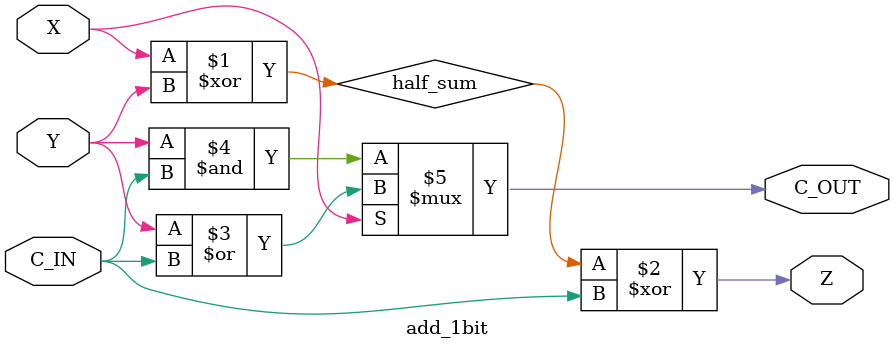
<source format=v>
`timescale 1ns / 1ps
`default_nettype none
module add_1bit(X,Y,C_IN,Z,C_OUT);
	//port definitions
	input  wire X;
	input  wire Y;
	input  wire C_IN;
	output wire Z;
	output wire C_OUT;
   
   wire half_sum;
	assign half_sum = X ^ Y;
	assign Z = half_sum ^ C_IN;
	assign C_OUT = X ? (Y | C_IN) : (Y & C_IN);


endmodule
`default_nettype wire

</source>
